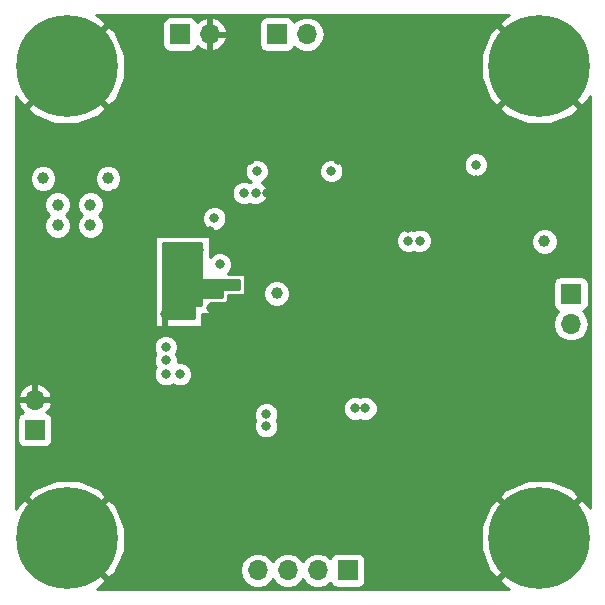
<source format=gbr>
G04 #@! TF.GenerationSoftware,KiCad,Pcbnew,(5.0.1-3-g963ef8bb5)*
G04 #@! TF.CreationDate,2020-12-22T09:25:36-05:00*
G04 #@! TF.ProjectId,STM32F4_Breakout,53544D333246345F427265616B6F7574,rev?*
G04 #@! TF.SameCoordinates,Original*
G04 #@! TF.FileFunction,Copper,L2,Inr,Plane*
G04 #@! TF.FilePolarity,Positive*
%FSLAX46Y46*%
G04 Gerber Fmt 4.6, Leading zero omitted, Abs format (unit mm)*
G04 Created by KiCad (PCBNEW (5.0.1-3-g963ef8bb5)) date Tuesday, December 22, 2020 at 09:25:36 am*
%MOMM*%
%LPD*%
G01*
G04 APERTURE LIST*
G04 #@! TA.AperFunction,ViaPad*
%ADD10C,8.600000*%
G04 #@! TD*
G04 #@! TA.AperFunction,ViaPad*
%ADD11C,0.900000*%
G04 #@! TD*
G04 #@! TA.AperFunction,ViaPad*
%ADD12R,1.700000X1.700000*%
G04 #@! TD*
G04 #@! TA.AperFunction,ViaPad*
%ADD13O,1.700000X1.700000*%
G04 #@! TD*
G04 #@! TA.AperFunction,ViaPad*
%ADD14C,0.800000*%
G04 #@! TD*
G04 #@! TA.AperFunction,ViaPad*
%ADD15C,1.000000*%
G04 #@! TD*
G04 #@! TA.AperFunction,Conductor*
%ADD16C,0.500000*%
G04 #@! TD*
G04 #@! TA.AperFunction,Conductor*
%ADD17C,0.254000*%
G04 #@! TD*
G04 APERTURE END LIST*
D10*
G04 #@! TO.N,GND*
G04 #@! TO.C,H1*
X47000000Y-92000000D03*
D11*
X50225000Y-92000000D03*
X49280419Y-94280419D03*
X47000000Y-95225000D03*
X44719581Y-94280419D03*
X43775000Y-92000000D03*
X44719581Y-89719581D03*
X47000000Y-88775000D03*
X49280419Y-89719581D03*
G04 #@! TD*
G04 #@! TO.N,GND*
G04 #@! TO.C,H2*
X89280419Y-49719581D03*
X87000000Y-48775000D03*
X84719581Y-49719581D03*
X83775000Y-52000000D03*
X84719581Y-54280419D03*
X87000000Y-55225000D03*
X89280419Y-54280419D03*
X90225000Y-52000000D03*
D10*
X87000000Y-52000000D03*
G04 #@! TD*
G04 #@! TO.N,GND*
G04 #@! TO.C,H3*
X87000000Y-92000000D03*
D11*
X90225000Y-92000000D03*
X89280419Y-94280419D03*
X87000000Y-95225000D03*
X84719581Y-94280419D03*
X83775000Y-92000000D03*
X84719581Y-89719581D03*
X87000000Y-88775000D03*
X89280419Y-89719581D03*
G04 #@! TD*
G04 #@! TO.N,GND*
G04 #@! TO.C,H4*
X49280419Y-49719581D03*
X47000000Y-48775000D03*
X44719581Y-49719581D03*
X43775000Y-52000000D03*
X44719581Y-54280419D03*
X47000000Y-55225000D03*
X49280419Y-54280419D03*
X50225000Y-52000000D03*
D10*
X47000000Y-52000000D03*
G04 #@! TD*
D12*
G04 #@! TO.N,USART1_RX*
G04 #@! TO.C,J1*
X89700000Y-71300000D03*
D13*
G04 #@! TO.N,USART1_TX*
X89700000Y-73840000D03*
G04 #@! TD*
D12*
G04 #@! TO.N,VCC*
G04 #@! TO.C,J2*
X44300000Y-82800000D03*
D13*
G04 #@! TO.N,GND*
X44300000Y-80260000D03*
G04 #@! TD*
G04 #@! TO.N,GND*
G04 #@! TO.C,J3*
X59140000Y-49300000D03*
D12*
G04 #@! TO.N,+3V3*
X56600000Y-49300000D03*
G04 #@! TD*
D13*
G04 #@! TO.N,I2C1_SCL*
G04 #@! TO.C,J5*
X67340000Y-49300000D03*
D12*
G04 #@! TO.N,I2C1_SDA*
X64800000Y-49300000D03*
G04 #@! TD*
D13*
G04 #@! TO.N,SPI1_CS*
G04 #@! TO.C,J6*
X63180000Y-94700000D03*
G04 #@! TO.N,SPI1_SCK*
X65720000Y-94700000D03*
G04 #@! TO.N,SPI1_MISO*
X68260000Y-94700000D03*
D12*
G04 #@! TO.N,SPI1_MOSI*
X70800000Y-94700000D03*
G04 #@! TD*
D14*
G04 #@! TO.N,GND*
X55300000Y-73000000D03*
X58200000Y-67600000D03*
D15*
X43500000Y-70250000D03*
X43500000Y-67750000D03*
X45500000Y-72750000D03*
X43500000Y-72750000D03*
X43500000Y-75250000D03*
X45500000Y-75250000D03*
D14*
X64000000Y-62750000D03*
X65000000Y-62750000D03*
X59500000Y-63400000D03*
X75900000Y-65700000D03*
X73100000Y-65000000D03*
X77400000Y-68500000D03*
X74900000Y-78600000D03*
X74300000Y-79600000D03*
X74300000Y-80500000D03*
X70200000Y-82000000D03*
X68700000Y-80800000D03*
X62000000Y-79200000D03*
X62000000Y-80200000D03*
X60100000Y-72500000D03*
X59200000Y-72500000D03*
D15*
X51800000Y-71500000D03*
X53200000Y-71500000D03*
D14*
X53400000Y-63200000D03*
X59100000Y-66000000D03*
X81650000Y-61650000D03*
X81650000Y-62950000D03*
X81650000Y-65450000D03*
X80000000Y-50000000D03*
X75000000Y-50000000D03*
X70000000Y-50000000D03*
X70000000Y-55000000D03*
X75000000Y-55000000D03*
X80000000Y-55000000D03*
X80000000Y-60000000D03*
X75000000Y-60000000D03*
X70000000Y-60000000D03*
X62500000Y-55000000D03*
X57500000Y-55000000D03*
X52500000Y-55000000D03*
X52500000Y-50000000D03*
X62500000Y-50000000D03*
X62500000Y-60000000D03*
X57500000Y-60000000D03*
X47500000Y-57500000D03*
X57500000Y-65000000D03*
X52500000Y-65000000D03*
X80000000Y-65000000D03*
X70000000Y-65000000D03*
X80000000Y-75000000D03*
X85000000Y-75000000D03*
X80000000Y-80000000D03*
X85000000Y-80000000D03*
X90000000Y-80000000D03*
X90000000Y-85000000D03*
X85000000Y-85000000D03*
X80000000Y-90000000D03*
X75000000Y-90000000D03*
X75000000Y-95000000D03*
X80000000Y-95000000D03*
X70000000Y-85000000D03*
X62500000Y-85000000D03*
X57500000Y-80000000D03*
X57500000Y-85000000D03*
X57500000Y-90000000D03*
X62500000Y-90000000D03*
X57500000Y-95000000D03*
X52500000Y-85000000D03*
X75000000Y-52500000D03*
X75000000Y-52500000D03*
X75000000Y-52500000D03*
X75000000Y-62500000D03*
X75000000Y-57500000D03*
X75000000Y-57500000D03*
X75000000Y-57500000D03*
X80000000Y-52500000D03*
X80000000Y-57500000D03*
X80000000Y-62500000D03*
X70000000Y-52500000D03*
X70000000Y-57500000D03*
X62500000Y-52500000D03*
X52500000Y-52500000D03*
X57500000Y-57500000D03*
X62500000Y-57500000D03*
X52500000Y-57500000D03*
X85000000Y-77500000D03*
X80000000Y-77500000D03*
X80000000Y-82500000D03*
X85000000Y-82500000D03*
X90000000Y-82500000D03*
X75000000Y-92500000D03*
X80000000Y-92500000D03*
X70000000Y-87500000D03*
X62500000Y-82500000D03*
X62500000Y-87500000D03*
X57500000Y-92500000D03*
X57500000Y-87500000D03*
X57500000Y-82500000D03*
X52500000Y-87500000D03*
X47500000Y-85000000D03*
X57500000Y-62500000D03*
X80000000Y-72500000D03*
X75000000Y-72500000D03*
X90000000Y-77500000D03*
X90000000Y-57500000D03*
X52500000Y-90000000D03*
X52500000Y-92500000D03*
X52500000Y-95000000D03*
X75000000Y-82500000D03*
X70000000Y-62500000D03*
X62500000Y-92500000D03*
X70000000Y-90000000D03*
G04 #@! TO.N,+3V3*
X63000000Y-62750000D03*
D15*
X45000000Y-61500000D03*
X50500000Y-61500000D03*
X46250000Y-63750000D03*
X49000000Y-63750000D03*
X49000000Y-65500000D03*
X46250000Y-65500000D03*
D14*
X62000000Y-62750000D03*
X59950000Y-68800000D03*
X55400000Y-78100000D03*
X56600000Y-78100000D03*
X63900000Y-81500000D03*
X71400000Y-81000000D03*
X72300000Y-81000000D03*
X76900000Y-66800000D03*
X59500000Y-64900000D03*
X63100000Y-60900000D03*
X69400000Y-60900000D03*
X75900000Y-66800000D03*
X63900000Y-82500000D03*
X55400000Y-75800000D03*
X55400000Y-76900000D03*
X81650000Y-60350000D03*
D15*
G04 #@! TO.N,NRST*
X87450000Y-66850000D03*
X64800000Y-71250000D03*
G04 #@! TD*
D16*
G04 #@! TO.N,GND*
X55300000Y-73000000D02*
X55300000Y-74400000D01*
G04 #@! TD*
D17*
G04 #@! TO.N,GND*
G36*
X84263506Y-47777510D02*
X84146139Y-47855932D01*
X83645290Y-48465684D01*
X84145441Y-48965835D01*
X84145441Y-48965836D01*
X87000000Y-51820395D01*
X87014143Y-51806253D01*
X87193748Y-51985858D01*
X87179605Y-52000000D01*
X90034164Y-54854559D01*
X90034165Y-54854559D01*
X90534316Y-55354710D01*
X91144068Y-54853861D01*
X91290000Y-54515071D01*
X91290001Y-89433185D01*
X91222490Y-89263506D01*
X91144068Y-89146139D01*
X90534316Y-88645290D01*
X90034165Y-89145441D01*
X90034164Y-89145441D01*
X87179605Y-92000000D01*
X87193748Y-92014143D01*
X87014143Y-92193748D01*
X87000000Y-92179605D01*
X84145441Y-95034164D01*
X84145441Y-95034165D01*
X83645290Y-95534316D01*
X84146139Y-96144068D01*
X84484929Y-96290000D01*
X49566817Y-96290000D01*
X49736494Y-96222490D01*
X49853861Y-96144068D01*
X50354710Y-95534316D01*
X49854559Y-95034165D01*
X49854559Y-95034164D01*
X47000000Y-92179605D01*
X46985858Y-92193748D01*
X46806253Y-92014143D01*
X46820395Y-92000000D01*
X47179605Y-92000000D01*
X50034164Y-94854559D01*
X50034165Y-94854559D01*
X50534316Y-95354710D01*
X51144068Y-94853861D01*
X51210342Y-94700000D01*
X61665908Y-94700000D01*
X61781161Y-95279418D01*
X62109375Y-95770625D01*
X62600582Y-96098839D01*
X63033744Y-96185000D01*
X63326256Y-96185000D01*
X63759418Y-96098839D01*
X64250625Y-95770625D01*
X64450000Y-95472239D01*
X64649375Y-95770625D01*
X65140582Y-96098839D01*
X65573744Y-96185000D01*
X65866256Y-96185000D01*
X66299418Y-96098839D01*
X66790625Y-95770625D01*
X66990000Y-95472239D01*
X67189375Y-95770625D01*
X67680582Y-96098839D01*
X68113744Y-96185000D01*
X68406256Y-96185000D01*
X68839418Y-96098839D01*
X69330625Y-95770625D01*
X69342816Y-95752381D01*
X69351843Y-95797765D01*
X69492191Y-96007809D01*
X69702235Y-96148157D01*
X69950000Y-96197440D01*
X71650000Y-96197440D01*
X71897765Y-96148157D01*
X72107809Y-96007809D01*
X72248157Y-95797765D01*
X72297440Y-95550000D01*
X72297440Y-93850000D01*
X72248157Y-93602235D01*
X72107809Y-93392191D01*
X71897765Y-93251843D01*
X71650000Y-93202560D01*
X69950000Y-93202560D01*
X69702235Y-93251843D01*
X69492191Y-93392191D01*
X69351843Y-93602235D01*
X69342816Y-93647619D01*
X69330625Y-93629375D01*
X68839418Y-93301161D01*
X68406256Y-93215000D01*
X68113744Y-93215000D01*
X67680582Y-93301161D01*
X67189375Y-93629375D01*
X66990000Y-93927761D01*
X66790625Y-93629375D01*
X66299418Y-93301161D01*
X65866256Y-93215000D01*
X65573744Y-93215000D01*
X65140582Y-93301161D01*
X64649375Y-93629375D01*
X64450000Y-93927761D01*
X64250625Y-93629375D01*
X63759418Y-93301161D01*
X63326256Y-93215000D01*
X63033744Y-93215000D01*
X62600582Y-93301161D01*
X62109375Y-93629375D01*
X61781161Y-94120582D01*
X61665908Y-94700000D01*
X51210342Y-94700000D01*
X51920745Y-93050758D01*
X51922687Y-92912314D01*
X82051717Y-92912314D01*
X82777510Y-94736494D01*
X82855932Y-94853861D01*
X83465684Y-95354710D01*
X83965835Y-94854559D01*
X83965836Y-94854559D01*
X86820395Y-92000000D01*
X83965836Y-89145441D01*
X83965835Y-89145441D01*
X83465684Y-88645290D01*
X82855932Y-89146139D01*
X82079255Y-90949242D01*
X82051717Y-92912314D01*
X51922687Y-92912314D01*
X51948283Y-91087686D01*
X51222490Y-89263506D01*
X51144068Y-89146139D01*
X50534316Y-88645290D01*
X50034165Y-89145441D01*
X50034164Y-89145441D01*
X47179605Y-92000000D01*
X46820395Y-92000000D01*
X43965836Y-89145441D01*
X43965835Y-89145441D01*
X43465684Y-88645290D01*
X42855932Y-89146139D01*
X42710000Y-89484929D01*
X42710000Y-88465684D01*
X43645290Y-88465684D01*
X44145441Y-88965835D01*
X44145441Y-88965836D01*
X47000000Y-91820395D01*
X49854559Y-88965836D01*
X49854559Y-88965835D01*
X50354710Y-88465684D01*
X83645290Y-88465684D01*
X84145441Y-88965835D01*
X84145441Y-88965836D01*
X87000000Y-91820395D01*
X89854559Y-88965836D01*
X89854559Y-88965835D01*
X90354710Y-88465684D01*
X89853861Y-87855932D01*
X88050758Y-87079255D01*
X86087686Y-87051717D01*
X84263506Y-87777510D01*
X84146139Y-87855932D01*
X83645290Y-88465684D01*
X50354710Y-88465684D01*
X49853861Y-87855932D01*
X48050758Y-87079255D01*
X46087686Y-87051717D01*
X44263506Y-87777510D01*
X44146139Y-87855932D01*
X43645290Y-88465684D01*
X42710000Y-88465684D01*
X42710000Y-81950000D01*
X42802560Y-81950000D01*
X42802560Y-83650000D01*
X42851843Y-83897765D01*
X42992191Y-84107809D01*
X43202235Y-84248157D01*
X43450000Y-84297440D01*
X45150000Y-84297440D01*
X45397765Y-84248157D01*
X45607809Y-84107809D01*
X45748157Y-83897765D01*
X45797440Y-83650000D01*
X45797440Y-81950000D01*
X45748157Y-81702235D01*
X45607809Y-81492191D01*
X45397765Y-81351843D01*
X45294292Y-81331261D01*
X45328134Y-81294126D01*
X62865000Y-81294126D01*
X62865000Y-81705874D01*
X62986831Y-82000000D01*
X62865000Y-82294126D01*
X62865000Y-82705874D01*
X63022569Y-83086280D01*
X63313720Y-83377431D01*
X63694126Y-83535000D01*
X64105874Y-83535000D01*
X64486280Y-83377431D01*
X64777431Y-83086280D01*
X64935000Y-82705874D01*
X64935000Y-82294126D01*
X64813169Y-82000000D01*
X64935000Y-81705874D01*
X64935000Y-81294126D01*
X64777431Y-80913720D01*
X64657837Y-80794126D01*
X70365000Y-80794126D01*
X70365000Y-81205874D01*
X70522569Y-81586280D01*
X70813720Y-81877431D01*
X71194126Y-82035000D01*
X71605874Y-82035000D01*
X71850000Y-81933880D01*
X72094126Y-82035000D01*
X72505874Y-82035000D01*
X72886280Y-81877431D01*
X73177431Y-81586280D01*
X73335000Y-81205874D01*
X73335000Y-80794126D01*
X73177431Y-80413720D01*
X72886280Y-80122569D01*
X72505874Y-79965000D01*
X72094126Y-79965000D01*
X71850000Y-80066120D01*
X71605874Y-79965000D01*
X71194126Y-79965000D01*
X70813720Y-80122569D01*
X70522569Y-80413720D01*
X70365000Y-80794126D01*
X64657837Y-80794126D01*
X64486280Y-80622569D01*
X64105874Y-80465000D01*
X63694126Y-80465000D01*
X63313720Y-80622569D01*
X63022569Y-80913720D01*
X62865000Y-81294126D01*
X45328134Y-81294126D01*
X45571645Y-81026924D01*
X45741476Y-80616890D01*
X45620155Y-80387000D01*
X44427000Y-80387000D01*
X44427000Y-80407000D01*
X44173000Y-80407000D01*
X44173000Y-80387000D01*
X42979845Y-80387000D01*
X42858524Y-80616890D01*
X43028355Y-81026924D01*
X43305708Y-81331261D01*
X43202235Y-81351843D01*
X42992191Y-81492191D01*
X42851843Y-81702235D01*
X42802560Y-81950000D01*
X42710000Y-81950000D01*
X42710000Y-79903110D01*
X42858524Y-79903110D01*
X42979845Y-80133000D01*
X44173000Y-80133000D01*
X44173000Y-78939181D01*
X44427000Y-78939181D01*
X44427000Y-80133000D01*
X45620155Y-80133000D01*
X45741476Y-79903110D01*
X45571645Y-79493076D01*
X45181358Y-79064817D01*
X44656892Y-78818514D01*
X44427000Y-78939181D01*
X44173000Y-78939181D01*
X43943108Y-78818514D01*
X43418642Y-79064817D01*
X43028355Y-79493076D01*
X42858524Y-79903110D01*
X42710000Y-79903110D01*
X42710000Y-75594126D01*
X54365000Y-75594126D01*
X54365000Y-76005874D01*
X54507541Y-76350000D01*
X54365000Y-76694126D01*
X54365000Y-77105874D01*
X54522569Y-77486280D01*
X54536289Y-77500000D01*
X54522569Y-77513720D01*
X54365000Y-77894126D01*
X54365000Y-78305874D01*
X54522569Y-78686280D01*
X54813720Y-78977431D01*
X55194126Y-79135000D01*
X55605874Y-79135000D01*
X55986280Y-78977431D01*
X56000000Y-78963711D01*
X56013720Y-78977431D01*
X56394126Y-79135000D01*
X56805874Y-79135000D01*
X57186280Y-78977431D01*
X57477431Y-78686280D01*
X57635000Y-78305874D01*
X57635000Y-77894126D01*
X57477431Y-77513720D01*
X57186280Y-77222569D01*
X56805874Y-77065000D01*
X56435000Y-77065000D01*
X56435000Y-76694126D01*
X56292459Y-76350000D01*
X56435000Y-76005874D01*
X56435000Y-75594126D01*
X56277431Y-75213720D01*
X55986280Y-74922569D01*
X55605874Y-74765000D01*
X55194126Y-74765000D01*
X54813720Y-74922569D01*
X54522569Y-75213720D01*
X54365000Y-75594126D01*
X42710000Y-75594126D01*
X42710000Y-63524234D01*
X45115000Y-63524234D01*
X45115000Y-63975766D01*
X45287793Y-64392926D01*
X45519867Y-64625000D01*
X45287793Y-64857074D01*
X45115000Y-65274234D01*
X45115000Y-65725766D01*
X45287793Y-66142926D01*
X45607074Y-66462207D01*
X46024234Y-66635000D01*
X46475766Y-66635000D01*
X46892926Y-66462207D01*
X47212207Y-66142926D01*
X47385000Y-65725766D01*
X47385000Y-65274234D01*
X47212207Y-64857074D01*
X46980133Y-64625000D01*
X47212207Y-64392926D01*
X47385000Y-63975766D01*
X47385000Y-63524234D01*
X47865000Y-63524234D01*
X47865000Y-63975766D01*
X48037793Y-64392926D01*
X48269867Y-64625000D01*
X48037793Y-64857074D01*
X47865000Y-65274234D01*
X47865000Y-65725766D01*
X48037793Y-66142926D01*
X48357074Y-66462207D01*
X48774234Y-66635000D01*
X49225766Y-66635000D01*
X49551685Y-66500000D01*
X54473000Y-66500000D01*
X54473000Y-74000000D01*
X54482667Y-74048601D01*
X54510197Y-74089803D01*
X54551399Y-74117333D01*
X54600000Y-74127000D01*
X58300000Y-74127000D01*
X58348601Y-74117333D01*
X58389803Y-74089803D01*
X58417333Y-74048601D01*
X58427000Y-74000000D01*
X58427000Y-73840000D01*
X88185908Y-73840000D01*
X88301161Y-74419418D01*
X88629375Y-74910625D01*
X89120582Y-75238839D01*
X89553744Y-75325000D01*
X89846256Y-75325000D01*
X90279418Y-75238839D01*
X90770625Y-74910625D01*
X91098839Y-74419418D01*
X91214092Y-73840000D01*
X91098839Y-73260582D01*
X90770625Y-72769375D01*
X90752381Y-72757184D01*
X90797765Y-72748157D01*
X91007809Y-72607809D01*
X91148157Y-72397765D01*
X91197440Y-72150000D01*
X91197440Y-70450000D01*
X91148157Y-70202235D01*
X91007809Y-69992191D01*
X90797765Y-69851843D01*
X90550000Y-69802560D01*
X88850000Y-69802560D01*
X88602235Y-69851843D01*
X88392191Y-69992191D01*
X88251843Y-70202235D01*
X88202560Y-70450000D01*
X88202560Y-72150000D01*
X88251843Y-72397765D01*
X88392191Y-72607809D01*
X88602235Y-72748157D01*
X88647619Y-72757184D01*
X88629375Y-72769375D01*
X88301161Y-73260582D01*
X88185908Y-73840000D01*
X58427000Y-73840000D01*
X58427000Y-73027000D01*
X59000000Y-73027000D01*
X59048601Y-73017333D01*
X59089803Y-72989803D01*
X59117333Y-72948601D01*
X59127000Y-72900000D01*
X59127000Y-72027000D01*
X60500000Y-72027000D01*
X60548601Y-72017333D01*
X60589803Y-71989803D01*
X60617333Y-71948601D01*
X60627000Y-71900000D01*
X60627000Y-71427000D01*
X62000000Y-71427000D01*
X62048601Y-71417333D01*
X62089803Y-71389803D01*
X62117333Y-71348601D01*
X62127000Y-71300000D01*
X62127000Y-71024234D01*
X63665000Y-71024234D01*
X63665000Y-71475766D01*
X63837793Y-71892926D01*
X64157074Y-72212207D01*
X64574234Y-72385000D01*
X65025766Y-72385000D01*
X65442926Y-72212207D01*
X65762207Y-71892926D01*
X65935000Y-71475766D01*
X65935000Y-71024234D01*
X65762207Y-70607074D01*
X65442926Y-70287793D01*
X65025766Y-70115000D01*
X64574234Y-70115000D01*
X64157074Y-70287793D01*
X63837793Y-70607074D01*
X63665000Y-71024234D01*
X62127000Y-71024234D01*
X62127000Y-69700000D01*
X62117333Y-69651399D01*
X62089803Y-69610197D01*
X62048601Y-69582667D01*
X62000000Y-69573000D01*
X60640711Y-69573000D01*
X60827431Y-69386280D01*
X60985000Y-69005874D01*
X60985000Y-68594126D01*
X60827431Y-68213720D01*
X60536280Y-67922569D01*
X60155874Y-67765000D01*
X59744126Y-67765000D01*
X59363720Y-67922569D01*
X59127000Y-68159289D01*
X59127000Y-66594126D01*
X74865000Y-66594126D01*
X74865000Y-67005874D01*
X75022569Y-67386280D01*
X75313720Y-67677431D01*
X75694126Y-67835000D01*
X76105874Y-67835000D01*
X76400000Y-67713169D01*
X76694126Y-67835000D01*
X77105874Y-67835000D01*
X77486280Y-67677431D01*
X77777431Y-67386280D01*
X77935000Y-67005874D01*
X77935000Y-66624234D01*
X86315000Y-66624234D01*
X86315000Y-67075766D01*
X86487793Y-67492926D01*
X86807074Y-67812207D01*
X87224234Y-67985000D01*
X87675766Y-67985000D01*
X88092926Y-67812207D01*
X88412207Y-67492926D01*
X88585000Y-67075766D01*
X88585000Y-66624234D01*
X88412207Y-66207074D01*
X88092926Y-65887793D01*
X87675766Y-65715000D01*
X87224234Y-65715000D01*
X86807074Y-65887793D01*
X86487793Y-66207074D01*
X86315000Y-66624234D01*
X77935000Y-66624234D01*
X77935000Y-66594126D01*
X77777431Y-66213720D01*
X77486280Y-65922569D01*
X77105874Y-65765000D01*
X76694126Y-65765000D01*
X76400000Y-65886831D01*
X76105874Y-65765000D01*
X75694126Y-65765000D01*
X75313720Y-65922569D01*
X75022569Y-66213720D01*
X74865000Y-66594126D01*
X59127000Y-66594126D01*
X59127000Y-66500000D01*
X59117333Y-66451399D01*
X59089803Y-66410197D01*
X59048601Y-66382667D01*
X59000000Y-66373000D01*
X54600000Y-66373000D01*
X54551399Y-66382667D01*
X54510197Y-66410197D01*
X54482667Y-66451399D01*
X54473000Y-66500000D01*
X49551685Y-66500000D01*
X49642926Y-66462207D01*
X49962207Y-66142926D01*
X50135000Y-65725766D01*
X50135000Y-65274234D01*
X49962207Y-64857074D01*
X49799259Y-64694126D01*
X58465000Y-64694126D01*
X58465000Y-65105874D01*
X58622569Y-65486280D01*
X58913720Y-65777431D01*
X59294126Y-65935000D01*
X59705874Y-65935000D01*
X60086280Y-65777431D01*
X60377431Y-65486280D01*
X60535000Y-65105874D01*
X60535000Y-64694126D01*
X60377431Y-64313720D01*
X60086280Y-64022569D01*
X59705874Y-63865000D01*
X59294126Y-63865000D01*
X58913720Y-64022569D01*
X58622569Y-64313720D01*
X58465000Y-64694126D01*
X49799259Y-64694126D01*
X49730133Y-64625000D01*
X49962207Y-64392926D01*
X50135000Y-63975766D01*
X50135000Y-63524234D01*
X49962207Y-63107074D01*
X49642926Y-62787793D01*
X49225766Y-62615000D01*
X48774234Y-62615000D01*
X48357074Y-62787793D01*
X48037793Y-63107074D01*
X47865000Y-63524234D01*
X47385000Y-63524234D01*
X47212207Y-63107074D01*
X46892926Y-62787793D01*
X46475766Y-62615000D01*
X46024234Y-62615000D01*
X45607074Y-62787793D01*
X45287793Y-63107074D01*
X45115000Y-63524234D01*
X42710000Y-63524234D01*
X42710000Y-61274234D01*
X43865000Y-61274234D01*
X43865000Y-61725766D01*
X44037793Y-62142926D01*
X44357074Y-62462207D01*
X44774234Y-62635000D01*
X45225766Y-62635000D01*
X45642926Y-62462207D01*
X45962207Y-62142926D01*
X46135000Y-61725766D01*
X46135000Y-61274234D01*
X49365000Y-61274234D01*
X49365000Y-61725766D01*
X49537793Y-62142926D01*
X49857074Y-62462207D01*
X50274234Y-62635000D01*
X50725766Y-62635000D01*
X50945155Y-62544126D01*
X60965000Y-62544126D01*
X60965000Y-62955874D01*
X61122569Y-63336280D01*
X61413720Y-63627431D01*
X61794126Y-63785000D01*
X62205874Y-63785000D01*
X62500000Y-63663169D01*
X62794126Y-63785000D01*
X63205874Y-63785000D01*
X63586280Y-63627431D01*
X63877431Y-63336280D01*
X64035000Y-62955874D01*
X64035000Y-62544126D01*
X63877431Y-62163720D01*
X63586280Y-61872569D01*
X63521438Y-61845711D01*
X63686280Y-61777431D01*
X63977431Y-61486280D01*
X64135000Y-61105874D01*
X64135000Y-60694126D01*
X68365000Y-60694126D01*
X68365000Y-61105874D01*
X68522569Y-61486280D01*
X68813720Y-61777431D01*
X69194126Y-61935000D01*
X69605874Y-61935000D01*
X69986280Y-61777431D01*
X70277431Y-61486280D01*
X70435000Y-61105874D01*
X70435000Y-60694126D01*
X70277431Y-60313720D01*
X70107837Y-60144126D01*
X80615000Y-60144126D01*
X80615000Y-60555874D01*
X80772569Y-60936280D01*
X81063720Y-61227431D01*
X81444126Y-61385000D01*
X81855874Y-61385000D01*
X82236280Y-61227431D01*
X82527431Y-60936280D01*
X82685000Y-60555874D01*
X82685000Y-60144126D01*
X82527431Y-59763720D01*
X82236280Y-59472569D01*
X81855874Y-59315000D01*
X81444126Y-59315000D01*
X81063720Y-59472569D01*
X80772569Y-59763720D01*
X80615000Y-60144126D01*
X70107837Y-60144126D01*
X69986280Y-60022569D01*
X69605874Y-59865000D01*
X69194126Y-59865000D01*
X68813720Y-60022569D01*
X68522569Y-60313720D01*
X68365000Y-60694126D01*
X64135000Y-60694126D01*
X63977431Y-60313720D01*
X63686280Y-60022569D01*
X63305874Y-59865000D01*
X62894126Y-59865000D01*
X62513720Y-60022569D01*
X62222569Y-60313720D01*
X62065000Y-60694126D01*
X62065000Y-61105874D01*
X62222569Y-61486280D01*
X62513720Y-61777431D01*
X62578562Y-61804289D01*
X62500000Y-61836831D01*
X62205874Y-61715000D01*
X61794126Y-61715000D01*
X61413720Y-61872569D01*
X61122569Y-62163720D01*
X60965000Y-62544126D01*
X50945155Y-62544126D01*
X51142926Y-62462207D01*
X51462207Y-62142926D01*
X51635000Y-61725766D01*
X51635000Y-61274234D01*
X51462207Y-60857074D01*
X51142926Y-60537793D01*
X50725766Y-60365000D01*
X50274234Y-60365000D01*
X49857074Y-60537793D01*
X49537793Y-60857074D01*
X49365000Y-61274234D01*
X46135000Y-61274234D01*
X45962207Y-60857074D01*
X45642926Y-60537793D01*
X45225766Y-60365000D01*
X44774234Y-60365000D01*
X44357074Y-60537793D01*
X44037793Y-60857074D01*
X43865000Y-61274234D01*
X42710000Y-61274234D01*
X42710000Y-55534316D01*
X43645290Y-55534316D01*
X44146139Y-56144068D01*
X45949242Y-56920745D01*
X47912314Y-56948283D01*
X49736494Y-56222490D01*
X49853861Y-56144068D01*
X50354710Y-55534316D01*
X83645290Y-55534316D01*
X84146139Y-56144068D01*
X85949242Y-56920745D01*
X87912314Y-56948283D01*
X89736494Y-56222490D01*
X89853861Y-56144068D01*
X90354710Y-55534316D01*
X89854559Y-55034165D01*
X89854559Y-55034164D01*
X87000000Y-52179605D01*
X84145441Y-55034164D01*
X84145441Y-55034165D01*
X83645290Y-55534316D01*
X50354710Y-55534316D01*
X49854559Y-55034165D01*
X49854559Y-55034164D01*
X47000000Y-52179605D01*
X44145441Y-55034164D01*
X44145441Y-55034165D01*
X43645290Y-55534316D01*
X42710000Y-55534316D01*
X42710000Y-54566817D01*
X42777510Y-54736494D01*
X42855932Y-54853861D01*
X43465684Y-55354710D01*
X43965835Y-54854559D01*
X43965836Y-54854559D01*
X46820395Y-52000000D01*
X47179605Y-52000000D01*
X50034164Y-54854559D01*
X50034165Y-54854559D01*
X50534316Y-55354710D01*
X51144068Y-54853861D01*
X51920745Y-53050758D01*
X51922687Y-52912314D01*
X82051717Y-52912314D01*
X82777510Y-54736494D01*
X82855932Y-54853861D01*
X83465684Y-55354710D01*
X83965835Y-54854559D01*
X83965836Y-54854559D01*
X86820395Y-52000000D01*
X83965836Y-49145441D01*
X83965835Y-49145441D01*
X83465684Y-48645290D01*
X82855932Y-49146139D01*
X82079255Y-50949242D01*
X82051717Y-52912314D01*
X51922687Y-52912314D01*
X51948283Y-51087686D01*
X51222490Y-49263506D01*
X51144068Y-49146139D01*
X50534316Y-48645290D01*
X50034165Y-49145441D01*
X50034164Y-49145441D01*
X47179605Y-52000000D01*
X46820395Y-52000000D01*
X46806253Y-51985858D01*
X46985858Y-51806253D01*
X47000000Y-51820395D01*
X49854559Y-48965836D01*
X49854559Y-48965835D01*
X50354710Y-48465684D01*
X50341828Y-48450000D01*
X55102560Y-48450000D01*
X55102560Y-50150000D01*
X55151843Y-50397765D01*
X55292191Y-50607809D01*
X55502235Y-50748157D01*
X55750000Y-50797440D01*
X57450000Y-50797440D01*
X57697765Y-50748157D01*
X57907809Y-50607809D01*
X58048157Y-50397765D01*
X58068739Y-50294292D01*
X58373076Y-50571645D01*
X58783110Y-50741476D01*
X59013000Y-50620155D01*
X59013000Y-49427000D01*
X59267000Y-49427000D01*
X59267000Y-50620155D01*
X59496890Y-50741476D01*
X59906924Y-50571645D01*
X60335183Y-50181358D01*
X60581486Y-49656892D01*
X60460819Y-49427000D01*
X59267000Y-49427000D01*
X59013000Y-49427000D01*
X58993000Y-49427000D01*
X58993000Y-49173000D01*
X59013000Y-49173000D01*
X59013000Y-47979845D01*
X59267000Y-47979845D01*
X59267000Y-49173000D01*
X60460819Y-49173000D01*
X60581486Y-48943108D01*
X60349910Y-48450000D01*
X63302560Y-48450000D01*
X63302560Y-50150000D01*
X63351843Y-50397765D01*
X63492191Y-50607809D01*
X63702235Y-50748157D01*
X63950000Y-50797440D01*
X65650000Y-50797440D01*
X65897765Y-50748157D01*
X66107809Y-50607809D01*
X66248157Y-50397765D01*
X66257184Y-50352381D01*
X66269375Y-50370625D01*
X66760582Y-50698839D01*
X67193744Y-50785000D01*
X67486256Y-50785000D01*
X67919418Y-50698839D01*
X68410625Y-50370625D01*
X68738839Y-49879418D01*
X68854092Y-49300000D01*
X68738839Y-48720582D01*
X68410625Y-48229375D01*
X67919418Y-47901161D01*
X67486256Y-47815000D01*
X67193744Y-47815000D01*
X66760582Y-47901161D01*
X66269375Y-48229375D01*
X66257184Y-48247619D01*
X66248157Y-48202235D01*
X66107809Y-47992191D01*
X65897765Y-47851843D01*
X65650000Y-47802560D01*
X63950000Y-47802560D01*
X63702235Y-47851843D01*
X63492191Y-47992191D01*
X63351843Y-48202235D01*
X63302560Y-48450000D01*
X60349910Y-48450000D01*
X60335183Y-48418642D01*
X59906924Y-48028355D01*
X59496890Y-47858524D01*
X59267000Y-47979845D01*
X59013000Y-47979845D01*
X58783110Y-47858524D01*
X58373076Y-48028355D01*
X58068739Y-48305708D01*
X58048157Y-48202235D01*
X57907809Y-47992191D01*
X57697765Y-47851843D01*
X57450000Y-47802560D01*
X55750000Y-47802560D01*
X55502235Y-47851843D01*
X55292191Y-47992191D01*
X55151843Y-48202235D01*
X55102560Y-48450000D01*
X50341828Y-48450000D01*
X49853861Y-47855932D01*
X49515071Y-47710000D01*
X84433183Y-47710000D01*
X84263506Y-47777510D01*
X84263506Y-47777510D01*
G37*
X84263506Y-47777510D02*
X84146139Y-47855932D01*
X83645290Y-48465684D01*
X84145441Y-48965835D01*
X84145441Y-48965836D01*
X87000000Y-51820395D01*
X87014143Y-51806253D01*
X87193748Y-51985858D01*
X87179605Y-52000000D01*
X90034164Y-54854559D01*
X90034165Y-54854559D01*
X90534316Y-55354710D01*
X91144068Y-54853861D01*
X91290000Y-54515071D01*
X91290001Y-89433185D01*
X91222490Y-89263506D01*
X91144068Y-89146139D01*
X90534316Y-88645290D01*
X90034165Y-89145441D01*
X90034164Y-89145441D01*
X87179605Y-92000000D01*
X87193748Y-92014143D01*
X87014143Y-92193748D01*
X87000000Y-92179605D01*
X84145441Y-95034164D01*
X84145441Y-95034165D01*
X83645290Y-95534316D01*
X84146139Y-96144068D01*
X84484929Y-96290000D01*
X49566817Y-96290000D01*
X49736494Y-96222490D01*
X49853861Y-96144068D01*
X50354710Y-95534316D01*
X49854559Y-95034165D01*
X49854559Y-95034164D01*
X47000000Y-92179605D01*
X46985858Y-92193748D01*
X46806253Y-92014143D01*
X46820395Y-92000000D01*
X47179605Y-92000000D01*
X50034164Y-94854559D01*
X50034165Y-94854559D01*
X50534316Y-95354710D01*
X51144068Y-94853861D01*
X51210342Y-94700000D01*
X61665908Y-94700000D01*
X61781161Y-95279418D01*
X62109375Y-95770625D01*
X62600582Y-96098839D01*
X63033744Y-96185000D01*
X63326256Y-96185000D01*
X63759418Y-96098839D01*
X64250625Y-95770625D01*
X64450000Y-95472239D01*
X64649375Y-95770625D01*
X65140582Y-96098839D01*
X65573744Y-96185000D01*
X65866256Y-96185000D01*
X66299418Y-96098839D01*
X66790625Y-95770625D01*
X66990000Y-95472239D01*
X67189375Y-95770625D01*
X67680582Y-96098839D01*
X68113744Y-96185000D01*
X68406256Y-96185000D01*
X68839418Y-96098839D01*
X69330625Y-95770625D01*
X69342816Y-95752381D01*
X69351843Y-95797765D01*
X69492191Y-96007809D01*
X69702235Y-96148157D01*
X69950000Y-96197440D01*
X71650000Y-96197440D01*
X71897765Y-96148157D01*
X72107809Y-96007809D01*
X72248157Y-95797765D01*
X72297440Y-95550000D01*
X72297440Y-93850000D01*
X72248157Y-93602235D01*
X72107809Y-93392191D01*
X71897765Y-93251843D01*
X71650000Y-93202560D01*
X69950000Y-93202560D01*
X69702235Y-93251843D01*
X69492191Y-93392191D01*
X69351843Y-93602235D01*
X69342816Y-93647619D01*
X69330625Y-93629375D01*
X68839418Y-93301161D01*
X68406256Y-93215000D01*
X68113744Y-93215000D01*
X67680582Y-93301161D01*
X67189375Y-93629375D01*
X66990000Y-93927761D01*
X66790625Y-93629375D01*
X66299418Y-93301161D01*
X65866256Y-93215000D01*
X65573744Y-93215000D01*
X65140582Y-93301161D01*
X64649375Y-93629375D01*
X64450000Y-93927761D01*
X64250625Y-93629375D01*
X63759418Y-93301161D01*
X63326256Y-93215000D01*
X63033744Y-93215000D01*
X62600582Y-93301161D01*
X62109375Y-93629375D01*
X61781161Y-94120582D01*
X61665908Y-94700000D01*
X51210342Y-94700000D01*
X51920745Y-93050758D01*
X51922687Y-92912314D01*
X82051717Y-92912314D01*
X82777510Y-94736494D01*
X82855932Y-94853861D01*
X83465684Y-95354710D01*
X83965835Y-94854559D01*
X83965836Y-94854559D01*
X86820395Y-92000000D01*
X83965836Y-89145441D01*
X83965835Y-89145441D01*
X83465684Y-88645290D01*
X82855932Y-89146139D01*
X82079255Y-90949242D01*
X82051717Y-92912314D01*
X51922687Y-92912314D01*
X51948283Y-91087686D01*
X51222490Y-89263506D01*
X51144068Y-89146139D01*
X50534316Y-88645290D01*
X50034165Y-89145441D01*
X50034164Y-89145441D01*
X47179605Y-92000000D01*
X46820395Y-92000000D01*
X43965836Y-89145441D01*
X43965835Y-89145441D01*
X43465684Y-88645290D01*
X42855932Y-89146139D01*
X42710000Y-89484929D01*
X42710000Y-88465684D01*
X43645290Y-88465684D01*
X44145441Y-88965835D01*
X44145441Y-88965836D01*
X47000000Y-91820395D01*
X49854559Y-88965836D01*
X49854559Y-88965835D01*
X50354710Y-88465684D01*
X83645290Y-88465684D01*
X84145441Y-88965835D01*
X84145441Y-88965836D01*
X87000000Y-91820395D01*
X89854559Y-88965836D01*
X89854559Y-88965835D01*
X90354710Y-88465684D01*
X89853861Y-87855932D01*
X88050758Y-87079255D01*
X86087686Y-87051717D01*
X84263506Y-87777510D01*
X84146139Y-87855932D01*
X83645290Y-88465684D01*
X50354710Y-88465684D01*
X49853861Y-87855932D01*
X48050758Y-87079255D01*
X46087686Y-87051717D01*
X44263506Y-87777510D01*
X44146139Y-87855932D01*
X43645290Y-88465684D01*
X42710000Y-88465684D01*
X42710000Y-81950000D01*
X42802560Y-81950000D01*
X42802560Y-83650000D01*
X42851843Y-83897765D01*
X42992191Y-84107809D01*
X43202235Y-84248157D01*
X43450000Y-84297440D01*
X45150000Y-84297440D01*
X45397765Y-84248157D01*
X45607809Y-84107809D01*
X45748157Y-83897765D01*
X45797440Y-83650000D01*
X45797440Y-81950000D01*
X45748157Y-81702235D01*
X45607809Y-81492191D01*
X45397765Y-81351843D01*
X45294292Y-81331261D01*
X45328134Y-81294126D01*
X62865000Y-81294126D01*
X62865000Y-81705874D01*
X62986831Y-82000000D01*
X62865000Y-82294126D01*
X62865000Y-82705874D01*
X63022569Y-83086280D01*
X63313720Y-83377431D01*
X63694126Y-83535000D01*
X64105874Y-83535000D01*
X64486280Y-83377431D01*
X64777431Y-83086280D01*
X64935000Y-82705874D01*
X64935000Y-82294126D01*
X64813169Y-82000000D01*
X64935000Y-81705874D01*
X64935000Y-81294126D01*
X64777431Y-80913720D01*
X64657837Y-80794126D01*
X70365000Y-80794126D01*
X70365000Y-81205874D01*
X70522569Y-81586280D01*
X70813720Y-81877431D01*
X71194126Y-82035000D01*
X71605874Y-82035000D01*
X71850000Y-81933880D01*
X72094126Y-82035000D01*
X72505874Y-82035000D01*
X72886280Y-81877431D01*
X73177431Y-81586280D01*
X73335000Y-81205874D01*
X73335000Y-80794126D01*
X73177431Y-80413720D01*
X72886280Y-80122569D01*
X72505874Y-79965000D01*
X72094126Y-79965000D01*
X71850000Y-80066120D01*
X71605874Y-79965000D01*
X71194126Y-79965000D01*
X70813720Y-80122569D01*
X70522569Y-80413720D01*
X70365000Y-80794126D01*
X64657837Y-80794126D01*
X64486280Y-80622569D01*
X64105874Y-80465000D01*
X63694126Y-80465000D01*
X63313720Y-80622569D01*
X63022569Y-80913720D01*
X62865000Y-81294126D01*
X45328134Y-81294126D01*
X45571645Y-81026924D01*
X45741476Y-80616890D01*
X45620155Y-80387000D01*
X44427000Y-80387000D01*
X44427000Y-80407000D01*
X44173000Y-80407000D01*
X44173000Y-80387000D01*
X42979845Y-80387000D01*
X42858524Y-80616890D01*
X43028355Y-81026924D01*
X43305708Y-81331261D01*
X43202235Y-81351843D01*
X42992191Y-81492191D01*
X42851843Y-81702235D01*
X42802560Y-81950000D01*
X42710000Y-81950000D01*
X42710000Y-79903110D01*
X42858524Y-79903110D01*
X42979845Y-80133000D01*
X44173000Y-80133000D01*
X44173000Y-78939181D01*
X44427000Y-78939181D01*
X44427000Y-80133000D01*
X45620155Y-80133000D01*
X45741476Y-79903110D01*
X45571645Y-79493076D01*
X45181358Y-79064817D01*
X44656892Y-78818514D01*
X44427000Y-78939181D01*
X44173000Y-78939181D01*
X43943108Y-78818514D01*
X43418642Y-79064817D01*
X43028355Y-79493076D01*
X42858524Y-79903110D01*
X42710000Y-79903110D01*
X42710000Y-75594126D01*
X54365000Y-75594126D01*
X54365000Y-76005874D01*
X54507541Y-76350000D01*
X54365000Y-76694126D01*
X54365000Y-77105874D01*
X54522569Y-77486280D01*
X54536289Y-77500000D01*
X54522569Y-77513720D01*
X54365000Y-77894126D01*
X54365000Y-78305874D01*
X54522569Y-78686280D01*
X54813720Y-78977431D01*
X55194126Y-79135000D01*
X55605874Y-79135000D01*
X55986280Y-78977431D01*
X56000000Y-78963711D01*
X56013720Y-78977431D01*
X56394126Y-79135000D01*
X56805874Y-79135000D01*
X57186280Y-78977431D01*
X57477431Y-78686280D01*
X57635000Y-78305874D01*
X57635000Y-77894126D01*
X57477431Y-77513720D01*
X57186280Y-77222569D01*
X56805874Y-77065000D01*
X56435000Y-77065000D01*
X56435000Y-76694126D01*
X56292459Y-76350000D01*
X56435000Y-76005874D01*
X56435000Y-75594126D01*
X56277431Y-75213720D01*
X55986280Y-74922569D01*
X55605874Y-74765000D01*
X55194126Y-74765000D01*
X54813720Y-74922569D01*
X54522569Y-75213720D01*
X54365000Y-75594126D01*
X42710000Y-75594126D01*
X42710000Y-63524234D01*
X45115000Y-63524234D01*
X45115000Y-63975766D01*
X45287793Y-64392926D01*
X45519867Y-64625000D01*
X45287793Y-64857074D01*
X45115000Y-65274234D01*
X45115000Y-65725766D01*
X45287793Y-66142926D01*
X45607074Y-66462207D01*
X46024234Y-66635000D01*
X46475766Y-66635000D01*
X46892926Y-66462207D01*
X47212207Y-66142926D01*
X47385000Y-65725766D01*
X47385000Y-65274234D01*
X47212207Y-64857074D01*
X46980133Y-64625000D01*
X47212207Y-64392926D01*
X47385000Y-63975766D01*
X47385000Y-63524234D01*
X47865000Y-63524234D01*
X47865000Y-63975766D01*
X48037793Y-64392926D01*
X48269867Y-64625000D01*
X48037793Y-64857074D01*
X47865000Y-65274234D01*
X47865000Y-65725766D01*
X48037793Y-66142926D01*
X48357074Y-66462207D01*
X48774234Y-66635000D01*
X49225766Y-66635000D01*
X49551685Y-66500000D01*
X54473000Y-66500000D01*
X54473000Y-74000000D01*
X54482667Y-74048601D01*
X54510197Y-74089803D01*
X54551399Y-74117333D01*
X54600000Y-74127000D01*
X58300000Y-74127000D01*
X58348601Y-74117333D01*
X58389803Y-74089803D01*
X58417333Y-74048601D01*
X58427000Y-74000000D01*
X58427000Y-73840000D01*
X88185908Y-73840000D01*
X88301161Y-74419418D01*
X88629375Y-74910625D01*
X89120582Y-75238839D01*
X89553744Y-75325000D01*
X89846256Y-75325000D01*
X90279418Y-75238839D01*
X90770625Y-74910625D01*
X91098839Y-74419418D01*
X91214092Y-73840000D01*
X91098839Y-73260582D01*
X90770625Y-72769375D01*
X90752381Y-72757184D01*
X90797765Y-72748157D01*
X91007809Y-72607809D01*
X91148157Y-72397765D01*
X91197440Y-72150000D01*
X91197440Y-70450000D01*
X91148157Y-70202235D01*
X91007809Y-69992191D01*
X90797765Y-69851843D01*
X90550000Y-69802560D01*
X88850000Y-69802560D01*
X88602235Y-69851843D01*
X88392191Y-69992191D01*
X88251843Y-70202235D01*
X88202560Y-70450000D01*
X88202560Y-72150000D01*
X88251843Y-72397765D01*
X88392191Y-72607809D01*
X88602235Y-72748157D01*
X88647619Y-72757184D01*
X88629375Y-72769375D01*
X88301161Y-73260582D01*
X88185908Y-73840000D01*
X58427000Y-73840000D01*
X58427000Y-73027000D01*
X59000000Y-73027000D01*
X59048601Y-73017333D01*
X59089803Y-72989803D01*
X59117333Y-72948601D01*
X59127000Y-72900000D01*
X59127000Y-72027000D01*
X60500000Y-72027000D01*
X60548601Y-72017333D01*
X60589803Y-71989803D01*
X60617333Y-71948601D01*
X60627000Y-71900000D01*
X60627000Y-71427000D01*
X62000000Y-71427000D01*
X62048601Y-71417333D01*
X62089803Y-71389803D01*
X62117333Y-71348601D01*
X62127000Y-71300000D01*
X62127000Y-71024234D01*
X63665000Y-71024234D01*
X63665000Y-71475766D01*
X63837793Y-71892926D01*
X64157074Y-72212207D01*
X64574234Y-72385000D01*
X65025766Y-72385000D01*
X65442926Y-72212207D01*
X65762207Y-71892926D01*
X65935000Y-71475766D01*
X65935000Y-71024234D01*
X65762207Y-70607074D01*
X65442926Y-70287793D01*
X65025766Y-70115000D01*
X64574234Y-70115000D01*
X64157074Y-70287793D01*
X63837793Y-70607074D01*
X63665000Y-71024234D01*
X62127000Y-71024234D01*
X62127000Y-69700000D01*
X62117333Y-69651399D01*
X62089803Y-69610197D01*
X62048601Y-69582667D01*
X62000000Y-69573000D01*
X60640711Y-69573000D01*
X60827431Y-69386280D01*
X60985000Y-69005874D01*
X60985000Y-68594126D01*
X60827431Y-68213720D01*
X60536280Y-67922569D01*
X60155874Y-67765000D01*
X59744126Y-67765000D01*
X59363720Y-67922569D01*
X59127000Y-68159289D01*
X59127000Y-66594126D01*
X74865000Y-66594126D01*
X74865000Y-67005874D01*
X75022569Y-67386280D01*
X75313720Y-67677431D01*
X75694126Y-67835000D01*
X76105874Y-67835000D01*
X76400000Y-67713169D01*
X76694126Y-67835000D01*
X77105874Y-67835000D01*
X77486280Y-67677431D01*
X77777431Y-67386280D01*
X77935000Y-67005874D01*
X77935000Y-66624234D01*
X86315000Y-66624234D01*
X86315000Y-67075766D01*
X86487793Y-67492926D01*
X86807074Y-67812207D01*
X87224234Y-67985000D01*
X87675766Y-67985000D01*
X88092926Y-67812207D01*
X88412207Y-67492926D01*
X88585000Y-67075766D01*
X88585000Y-66624234D01*
X88412207Y-66207074D01*
X88092926Y-65887793D01*
X87675766Y-65715000D01*
X87224234Y-65715000D01*
X86807074Y-65887793D01*
X86487793Y-66207074D01*
X86315000Y-66624234D01*
X77935000Y-66624234D01*
X77935000Y-66594126D01*
X77777431Y-66213720D01*
X77486280Y-65922569D01*
X77105874Y-65765000D01*
X76694126Y-65765000D01*
X76400000Y-65886831D01*
X76105874Y-65765000D01*
X75694126Y-65765000D01*
X75313720Y-65922569D01*
X75022569Y-66213720D01*
X74865000Y-66594126D01*
X59127000Y-66594126D01*
X59127000Y-66500000D01*
X59117333Y-66451399D01*
X59089803Y-66410197D01*
X59048601Y-66382667D01*
X59000000Y-66373000D01*
X54600000Y-66373000D01*
X54551399Y-66382667D01*
X54510197Y-66410197D01*
X54482667Y-66451399D01*
X54473000Y-66500000D01*
X49551685Y-66500000D01*
X49642926Y-66462207D01*
X49962207Y-66142926D01*
X50135000Y-65725766D01*
X50135000Y-65274234D01*
X49962207Y-64857074D01*
X49799259Y-64694126D01*
X58465000Y-64694126D01*
X58465000Y-65105874D01*
X58622569Y-65486280D01*
X58913720Y-65777431D01*
X59294126Y-65935000D01*
X59705874Y-65935000D01*
X60086280Y-65777431D01*
X60377431Y-65486280D01*
X60535000Y-65105874D01*
X60535000Y-64694126D01*
X60377431Y-64313720D01*
X60086280Y-64022569D01*
X59705874Y-63865000D01*
X59294126Y-63865000D01*
X58913720Y-64022569D01*
X58622569Y-64313720D01*
X58465000Y-64694126D01*
X49799259Y-64694126D01*
X49730133Y-64625000D01*
X49962207Y-64392926D01*
X50135000Y-63975766D01*
X50135000Y-63524234D01*
X49962207Y-63107074D01*
X49642926Y-62787793D01*
X49225766Y-62615000D01*
X48774234Y-62615000D01*
X48357074Y-62787793D01*
X48037793Y-63107074D01*
X47865000Y-63524234D01*
X47385000Y-63524234D01*
X47212207Y-63107074D01*
X46892926Y-62787793D01*
X46475766Y-62615000D01*
X46024234Y-62615000D01*
X45607074Y-62787793D01*
X45287793Y-63107074D01*
X45115000Y-63524234D01*
X42710000Y-63524234D01*
X42710000Y-61274234D01*
X43865000Y-61274234D01*
X43865000Y-61725766D01*
X44037793Y-62142926D01*
X44357074Y-62462207D01*
X44774234Y-62635000D01*
X45225766Y-62635000D01*
X45642926Y-62462207D01*
X45962207Y-62142926D01*
X46135000Y-61725766D01*
X46135000Y-61274234D01*
X49365000Y-61274234D01*
X49365000Y-61725766D01*
X49537793Y-62142926D01*
X49857074Y-62462207D01*
X50274234Y-62635000D01*
X50725766Y-62635000D01*
X50945155Y-62544126D01*
X60965000Y-62544126D01*
X60965000Y-62955874D01*
X61122569Y-63336280D01*
X61413720Y-63627431D01*
X61794126Y-63785000D01*
X62205874Y-63785000D01*
X62500000Y-63663169D01*
X62794126Y-63785000D01*
X63205874Y-63785000D01*
X63586280Y-63627431D01*
X63877431Y-63336280D01*
X64035000Y-62955874D01*
X64035000Y-62544126D01*
X63877431Y-62163720D01*
X63586280Y-61872569D01*
X63521438Y-61845711D01*
X63686280Y-61777431D01*
X63977431Y-61486280D01*
X64135000Y-61105874D01*
X64135000Y-60694126D01*
X68365000Y-60694126D01*
X68365000Y-61105874D01*
X68522569Y-61486280D01*
X68813720Y-61777431D01*
X69194126Y-61935000D01*
X69605874Y-61935000D01*
X69986280Y-61777431D01*
X70277431Y-61486280D01*
X70435000Y-61105874D01*
X70435000Y-60694126D01*
X70277431Y-60313720D01*
X70107837Y-60144126D01*
X80615000Y-60144126D01*
X80615000Y-60555874D01*
X80772569Y-60936280D01*
X81063720Y-61227431D01*
X81444126Y-61385000D01*
X81855874Y-61385000D01*
X82236280Y-61227431D01*
X82527431Y-60936280D01*
X82685000Y-60555874D01*
X82685000Y-60144126D01*
X82527431Y-59763720D01*
X82236280Y-59472569D01*
X81855874Y-59315000D01*
X81444126Y-59315000D01*
X81063720Y-59472569D01*
X80772569Y-59763720D01*
X80615000Y-60144126D01*
X70107837Y-60144126D01*
X69986280Y-60022569D01*
X69605874Y-59865000D01*
X69194126Y-59865000D01*
X68813720Y-60022569D01*
X68522569Y-60313720D01*
X68365000Y-60694126D01*
X64135000Y-60694126D01*
X63977431Y-60313720D01*
X63686280Y-60022569D01*
X63305874Y-59865000D01*
X62894126Y-59865000D01*
X62513720Y-60022569D01*
X62222569Y-60313720D01*
X62065000Y-60694126D01*
X62065000Y-61105874D01*
X62222569Y-61486280D01*
X62513720Y-61777431D01*
X62578562Y-61804289D01*
X62500000Y-61836831D01*
X62205874Y-61715000D01*
X61794126Y-61715000D01*
X61413720Y-61872569D01*
X61122569Y-62163720D01*
X60965000Y-62544126D01*
X50945155Y-62544126D01*
X51142926Y-62462207D01*
X51462207Y-62142926D01*
X51635000Y-61725766D01*
X51635000Y-61274234D01*
X51462207Y-60857074D01*
X51142926Y-60537793D01*
X50725766Y-60365000D01*
X50274234Y-60365000D01*
X49857074Y-60537793D01*
X49537793Y-60857074D01*
X49365000Y-61274234D01*
X46135000Y-61274234D01*
X45962207Y-60857074D01*
X45642926Y-60537793D01*
X45225766Y-60365000D01*
X44774234Y-60365000D01*
X44357074Y-60537793D01*
X44037793Y-60857074D01*
X43865000Y-61274234D01*
X42710000Y-61274234D01*
X42710000Y-55534316D01*
X43645290Y-55534316D01*
X44146139Y-56144068D01*
X45949242Y-56920745D01*
X47912314Y-56948283D01*
X49736494Y-56222490D01*
X49853861Y-56144068D01*
X50354710Y-55534316D01*
X83645290Y-55534316D01*
X84146139Y-56144068D01*
X85949242Y-56920745D01*
X87912314Y-56948283D01*
X89736494Y-56222490D01*
X89853861Y-56144068D01*
X90354710Y-55534316D01*
X89854559Y-55034165D01*
X89854559Y-55034164D01*
X87000000Y-52179605D01*
X84145441Y-55034164D01*
X84145441Y-55034165D01*
X83645290Y-55534316D01*
X50354710Y-55534316D01*
X49854559Y-55034165D01*
X49854559Y-55034164D01*
X47000000Y-52179605D01*
X44145441Y-55034164D01*
X44145441Y-55034165D01*
X43645290Y-55534316D01*
X42710000Y-55534316D01*
X42710000Y-54566817D01*
X42777510Y-54736494D01*
X42855932Y-54853861D01*
X43465684Y-55354710D01*
X43965835Y-54854559D01*
X43965836Y-54854559D01*
X46820395Y-52000000D01*
X47179605Y-52000000D01*
X50034164Y-54854559D01*
X50034165Y-54854559D01*
X50534316Y-55354710D01*
X51144068Y-54853861D01*
X51920745Y-53050758D01*
X51922687Y-52912314D01*
X82051717Y-52912314D01*
X82777510Y-54736494D01*
X82855932Y-54853861D01*
X83465684Y-55354710D01*
X83965835Y-54854559D01*
X83965836Y-54854559D01*
X86820395Y-52000000D01*
X83965836Y-49145441D01*
X83965835Y-49145441D01*
X83465684Y-48645290D01*
X82855932Y-49146139D01*
X82079255Y-50949242D01*
X82051717Y-52912314D01*
X51922687Y-52912314D01*
X51948283Y-51087686D01*
X51222490Y-49263506D01*
X51144068Y-49146139D01*
X50534316Y-48645290D01*
X50034165Y-49145441D01*
X50034164Y-49145441D01*
X47179605Y-52000000D01*
X46820395Y-52000000D01*
X46806253Y-51985858D01*
X46985858Y-51806253D01*
X47000000Y-51820395D01*
X49854559Y-48965836D01*
X49854559Y-48965835D01*
X50354710Y-48465684D01*
X50341828Y-48450000D01*
X55102560Y-48450000D01*
X55102560Y-50150000D01*
X55151843Y-50397765D01*
X55292191Y-50607809D01*
X55502235Y-50748157D01*
X55750000Y-50797440D01*
X57450000Y-50797440D01*
X57697765Y-50748157D01*
X57907809Y-50607809D01*
X58048157Y-50397765D01*
X58068739Y-50294292D01*
X58373076Y-50571645D01*
X58783110Y-50741476D01*
X59013000Y-50620155D01*
X59013000Y-49427000D01*
X59267000Y-49427000D01*
X59267000Y-50620155D01*
X59496890Y-50741476D01*
X59906924Y-50571645D01*
X60335183Y-50181358D01*
X60581486Y-49656892D01*
X60460819Y-49427000D01*
X59267000Y-49427000D01*
X59013000Y-49427000D01*
X58993000Y-49427000D01*
X58993000Y-49173000D01*
X59013000Y-49173000D01*
X59013000Y-47979845D01*
X59267000Y-47979845D01*
X59267000Y-49173000D01*
X60460819Y-49173000D01*
X60581486Y-48943108D01*
X60349910Y-48450000D01*
X63302560Y-48450000D01*
X63302560Y-50150000D01*
X63351843Y-50397765D01*
X63492191Y-50607809D01*
X63702235Y-50748157D01*
X63950000Y-50797440D01*
X65650000Y-50797440D01*
X65897765Y-50748157D01*
X66107809Y-50607809D01*
X66248157Y-50397765D01*
X66257184Y-50352381D01*
X66269375Y-50370625D01*
X66760582Y-50698839D01*
X67193744Y-50785000D01*
X67486256Y-50785000D01*
X67919418Y-50698839D01*
X68410625Y-50370625D01*
X68738839Y-49879418D01*
X68854092Y-49300000D01*
X68738839Y-48720582D01*
X68410625Y-48229375D01*
X67919418Y-47901161D01*
X67486256Y-47815000D01*
X67193744Y-47815000D01*
X66760582Y-47901161D01*
X66269375Y-48229375D01*
X66257184Y-48247619D01*
X66248157Y-48202235D01*
X66107809Y-47992191D01*
X65897765Y-47851843D01*
X65650000Y-47802560D01*
X63950000Y-47802560D01*
X63702235Y-47851843D01*
X63492191Y-47992191D01*
X63351843Y-48202235D01*
X63302560Y-48450000D01*
X60349910Y-48450000D01*
X60335183Y-48418642D01*
X59906924Y-48028355D01*
X59496890Y-47858524D01*
X59267000Y-47979845D01*
X59013000Y-47979845D01*
X58783110Y-47858524D01*
X58373076Y-48028355D01*
X58068739Y-48305708D01*
X58048157Y-48202235D01*
X57907809Y-47992191D01*
X57697765Y-47851843D01*
X57450000Y-47802560D01*
X55750000Y-47802560D01*
X55502235Y-47851843D01*
X55292191Y-47992191D01*
X55151843Y-48202235D01*
X55102560Y-48450000D01*
X50341828Y-48450000D01*
X49853861Y-47855932D01*
X49515071Y-47710000D01*
X84433183Y-47710000D01*
X84263506Y-47777510D01*
G36*
X58373000Y-70000000D02*
X58382667Y-70048601D01*
X58410197Y-70089803D01*
X58451399Y-70117333D01*
X58500000Y-70127000D01*
X61573000Y-70127000D01*
X61573000Y-70873000D01*
X60300000Y-70873000D01*
X60251399Y-70882667D01*
X60210197Y-70910197D01*
X60182667Y-70951399D01*
X60173000Y-71000000D01*
X60173000Y-71573000D01*
X58500000Y-71573000D01*
X58451399Y-71582667D01*
X58410197Y-71610197D01*
X58382667Y-71651399D01*
X58373000Y-71700000D01*
X58373000Y-72273000D01*
X57900000Y-72273000D01*
X57851399Y-72282667D01*
X57810197Y-72310197D01*
X57782667Y-72351399D01*
X57773000Y-72400000D01*
X57773000Y-73373000D01*
X55127000Y-73373000D01*
X55127000Y-67027000D01*
X58373000Y-67027000D01*
X58373000Y-70000000D01*
X58373000Y-70000000D01*
G37*
X58373000Y-70000000D02*
X58382667Y-70048601D01*
X58410197Y-70089803D01*
X58451399Y-70117333D01*
X58500000Y-70127000D01*
X61573000Y-70127000D01*
X61573000Y-70873000D01*
X60300000Y-70873000D01*
X60251399Y-70882667D01*
X60210197Y-70910197D01*
X60182667Y-70951399D01*
X60173000Y-71000000D01*
X60173000Y-71573000D01*
X58500000Y-71573000D01*
X58451399Y-71582667D01*
X58410197Y-71610197D01*
X58382667Y-71651399D01*
X58373000Y-71700000D01*
X58373000Y-72273000D01*
X57900000Y-72273000D01*
X57851399Y-72282667D01*
X57810197Y-72310197D01*
X57782667Y-72351399D01*
X57773000Y-72400000D01*
X57773000Y-73373000D01*
X55127000Y-73373000D01*
X55127000Y-67027000D01*
X58373000Y-67027000D01*
X58373000Y-70000000D01*
G04 #@! TD*
M02*

</source>
